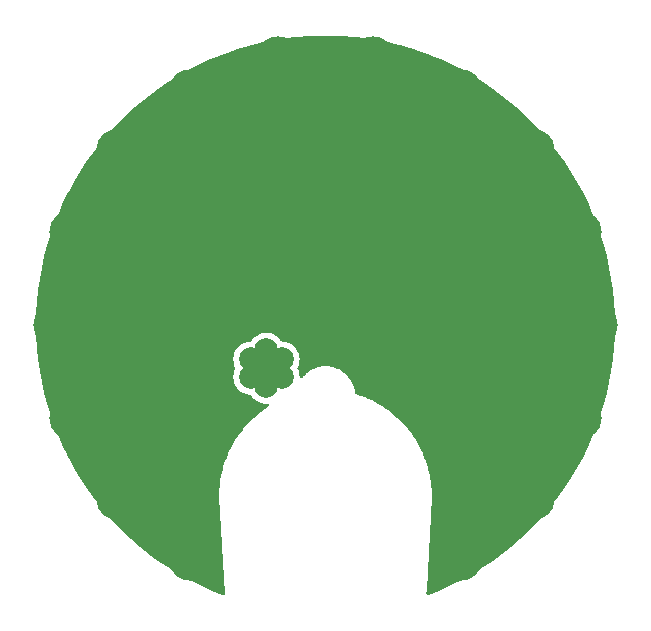
<source format=gtl>
%TF.GenerationSoftware,KiCad,Pcbnew,8.0.8*%
%TF.CreationDate,2025-02-15T12:26:11-06:00*%
%TF.ProjectId,internal,696e7465-726e-4616-9c2e-6b696361645f,rev?*%
%TF.SameCoordinates,Original*%
%TF.FileFunction,Copper,L1,Top*%
%TF.FilePolarity,Positive*%
%FSLAX46Y46*%
G04 Gerber Fmt 4.6, Leading zero omitted, Abs format (unit mm)*
G04 Created by KiCad (PCBNEW 8.0.8) date 2025-02-15 12:26:11*
%MOMM*%
%LPD*%
G01*
G04 APERTURE LIST*
%TA.AperFunction,ComponentPad*%
%ADD10C,3.500000*%
%TD*%
%TA.AperFunction,ComponentPad*%
%ADD11O,6.200000X5.200000*%
%TD*%
%TA.AperFunction,ComponentPad*%
%ADD12C,1.600000*%
%TD*%
%TA.AperFunction,ComponentPad*%
%ADD13C,2.000000*%
%TD*%
G04 APERTURE END LIST*
D10*
%TO.P,clearance-D12,1*%
%TO.N,GND*%
X121613000Y-142134000D03*
%TD*%
D11*
%TO.P,clearance-U1,1*%
%TO.N,GND*%
X99500000Y-148000000D03*
%TD*%
D12*
%TO.P,align-ir1,1*%
%TO.N,GND*%
X77800000Y-152400000D03*
%TD*%
D10*
%TO.P,clearance-R5,1*%
%TO.N,GND*%
X103993908Y-135215884D03*
%TD*%
%TO.P,clearance-R1,1*%
%TO.N,GND*%
X88500000Y-164784115D03*
%TD*%
%TO.P,clearance-R7,1*%
%TO.N,GND*%
X117619023Y-150000000D03*
%TD*%
%TO.P,clearance-R8,1*%
%TO.N,GND*%
X111500000Y-164784115D03*
%TD*%
%TO.P,clearance-R4,1*%
%TO.N,GND*%
X96006092Y-135215884D03*
%TD*%
D13*
%TO.P,through-i2,1*%
%TO.N,+3V0*%
X94996000Y-152170000D03*
%TD*%
D10*
%TO.P,clearance-R6,1*%
%TO.N,GND*%
X111500000Y-135215884D03*
%TD*%
%TO.P,clearance-D4,1*%
%TO.N,GND*%
X77000000Y-150000000D03*
%TD*%
D13*
%TO.P,through-i4,1*%
%TO.N,+3V0*%
X96295038Y-154420000D03*
%TD*%
D10*
%TO.P,clearance-D7,1*%
%TO.N,GND*%
X88500000Y-130081000D03*
%TD*%
D13*
%TO.P,through-i5,1*%
%TO.N,+3V0*%
X94996000Y-155170000D03*
%TD*%
D10*
%TO.P,clearance-D13,1*%
%TO.N,GND*%
X123000000Y-150000000D03*
%TD*%
D12*
%TO.P,align-io2,1*%
%TO.N,GND*%
X122200000Y-152400000D03*
%TD*%
D10*
%TO.P,clearance-D1,1*%
%TO.N,GND*%
X88500000Y-169919000D03*
%TD*%
%TO.P,clearance-D5,1*%
%TO.N,GND*%
X78387100Y-142134000D03*
%TD*%
%TO.P,clearance-D9,1*%
%TO.N,GND*%
X103994000Y-127349000D03*
%TD*%
D13*
%TO.P,through-i3,1*%
%TO.N,+3V0*%
X96295038Y-152920000D03*
%TD*%
D10*
%TO.P,clearance-D2,1*%
%TO.N,GND*%
X82381000Y-164784000D03*
%TD*%
D13*
%TO.P,through-i7,1*%
%TO.N,+3V0*%
X93696961Y-152920000D03*
%TD*%
D10*
%TO.P,clearance-D6,1*%
%TO.N,GND*%
X82381000Y-135216000D03*
%TD*%
%TO.P,clearance-D16,1*%
%TO.N,GND*%
X111500000Y-169919000D03*
%TD*%
%TO.P,clearance-D11,1*%
%TO.N,GND*%
X117619000Y-135216000D03*
%TD*%
D13*
%TO.P,through-i1,1*%
%TO.N,+3V0*%
X94996000Y-153670000D03*
%TD*%
D10*
%TO.P,clearance-D10,1*%
%TO.N,GND*%
X111500000Y-130081000D03*
%TD*%
%TO.P,clearance-R2,1*%
%TO.N,GND*%
X82380977Y-150000000D03*
%TD*%
%TO.P,clearance-D15,1*%
%TO.N,GND*%
X117619000Y-164784000D03*
%TD*%
%TO.P,clearance-D3,1*%
%TO.N,GND*%
X78387100Y-157866000D03*
%TD*%
D13*
%TO.P,through-i6,1*%
%TO.N,+3V0*%
X93696961Y-154420000D03*
%TD*%
D10*
%TO.P,clearance-D14,1*%
%TO.N,GND*%
X121613000Y-157866000D03*
%TD*%
%TO.P,clearance-D8,1*%
%TO.N,GND*%
X96006100Y-127349000D03*
%TD*%
D12*
%TO.P,align-io1,1*%
%TO.N,GND*%
X77800000Y-147300000D03*
%TD*%
%TO.P,align-ir2,1*%
%TO.N,GND*%
X122200000Y-147300000D03*
%TD*%
D10*
%TO.P,clearance-R3,1*%
%TO.N,GND*%
X88500000Y-135215884D03*
%TD*%
%TA.AperFunction,Conductor*%
%TO.N,GND*%
G36*
X100489558Y-125505540D02*
G01*
X101458068Y-125544074D01*
X101462990Y-125544368D01*
X102429214Y-125621377D01*
X102434083Y-125621863D01*
X103396512Y-125737230D01*
X103401364Y-125737909D01*
X104358442Y-125891446D01*
X104363232Y-125892313D01*
X105313457Y-126083782D01*
X105318217Y-126084840D01*
X106260086Y-126313935D01*
X106264782Y-126315176D01*
X107155647Y-126569776D01*
X107196774Y-126581530D01*
X107201490Y-126582979D01*
X108122170Y-126886180D01*
X108126757Y-126887792D01*
X108810628Y-127143568D01*
X109034645Y-127227353D01*
X109039228Y-127229172D01*
X109932884Y-127604551D01*
X109937355Y-127606536D01*
X110596066Y-127914583D01*
X110815361Y-128017137D01*
X110819785Y-128019314D01*
X111680760Y-128464492D01*
X111685094Y-128466843D01*
X112527742Y-128945928D01*
X112531979Y-128948450D01*
X113354847Y-129460616D01*
X113358980Y-129463304D01*
X114160897Y-130007819D01*
X114164890Y-130010648D01*
X114944486Y-130586587D01*
X114948393Y-130589595D01*
X115704477Y-131196074D01*
X115708261Y-131199235D01*
X116439631Y-131835287D01*
X116443287Y-131838596D01*
X117148822Y-132503253D01*
X117152343Y-132506705D01*
X117830882Y-133198873D01*
X117834262Y-133202462D01*
X118484705Y-133921009D01*
X118487941Y-133924729D01*
X119109355Y-134668634D01*
X119112441Y-134672481D01*
X119703776Y-135440486D01*
X119706706Y-135444452D01*
X120267039Y-136235358D01*
X120269808Y-136239437D01*
X120798234Y-137051963D01*
X120800840Y-137056149D01*
X121296565Y-137889073D01*
X121299002Y-137893359D01*
X121761213Y-138745319D01*
X121763478Y-138749699D01*
X122191473Y-139619404D01*
X122193561Y-139623871D01*
X122586600Y-140509811D01*
X122588510Y-140514357D01*
X122946053Y-141415311D01*
X122947780Y-141419929D01*
X123269201Y-142334329D01*
X123270744Y-142339013D01*
X123555572Y-143265517D01*
X123556926Y-143270257D01*
X123804684Y-144207310D01*
X123805850Y-144212102D01*
X124016161Y-145158281D01*
X124017135Y-145163114D01*
X124189668Y-146116936D01*
X124190449Y-146121805D01*
X124324916Y-147081660D01*
X124325503Y-147086556D01*
X124421711Y-148051091D01*
X124422102Y-148056006D01*
X124479885Y-149023538D01*
X124480081Y-149028465D01*
X124499351Y-149997534D01*
X124499351Y-150002464D01*
X124480081Y-150971533D01*
X124479885Y-150976460D01*
X124422102Y-151943992D01*
X124421711Y-151948907D01*
X124325503Y-152913442D01*
X124324916Y-152918338D01*
X124190449Y-153878193D01*
X124189668Y-153883062D01*
X124017135Y-154836884D01*
X124016161Y-154841717D01*
X123805850Y-155787896D01*
X123804684Y-155792688D01*
X123556926Y-156729741D01*
X123555572Y-156734481D01*
X123270744Y-157660985D01*
X123269201Y-157665669D01*
X122947780Y-158580069D01*
X122946053Y-158584687D01*
X122588510Y-159485641D01*
X122586600Y-159490187D01*
X122193561Y-160376127D01*
X122191473Y-160380594D01*
X121763478Y-161250299D01*
X121761213Y-161254679D01*
X121299002Y-162106639D01*
X121296565Y-162110925D01*
X120800840Y-162943849D01*
X120798234Y-162948035D01*
X120269808Y-163760561D01*
X120267039Y-163764640D01*
X119706706Y-164555546D01*
X119703776Y-164559512D01*
X119112441Y-165327517D01*
X119109355Y-165331364D01*
X118487941Y-166075269D01*
X118484705Y-166078989D01*
X117834262Y-166797536D01*
X117830882Y-166801125D01*
X117152343Y-167493293D01*
X117148822Y-167496745D01*
X116443287Y-168161402D01*
X116439631Y-168164711D01*
X115708261Y-168800763D01*
X115704477Y-168803924D01*
X114948393Y-169410403D01*
X114944486Y-169413411D01*
X114164905Y-169989339D01*
X114160881Y-169992190D01*
X113358980Y-170536694D01*
X113354847Y-170539382D01*
X112531979Y-171051548D01*
X112527742Y-171054070D01*
X111685094Y-171533155D01*
X111680760Y-171535506D01*
X110819785Y-171980684D01*
X110815361Y-171982861D01*
X109937373Y-172393454D01*
X109932866Y-172395454D01*
X109039228Y-172770826D01*
X109034645Y-172772644D01*
X108714134Y-172892519D01*
X108644447Y-172897567D01*
X108583093Y-172864138D01*
X108549553Y-172802845D01*
X108546882Y-172769574D01*
X108564878Y-172442042D01*
X108996779Y-164581452D01*
X108999790Y-164560282D01*
X109002458Y-164548766D01*
X109001157Y-164510696D01*
X109001272Y-164499672D01*
X109003361Y-164461666D01*
X109000936Y-164450115D01*
X108998361Y-164428866D01*
X108982461Y-163963413D01*
X108983961Y-163939513D01*
X108984799Y-163934302D01*
X108980242Y-163889976D01*
X108979665Y-163881541D01*
X108978144Y-163836998D01*
X108976603Y-163831944D01*
X108971861Y-163808457D01*
X108967359Y-163764667D01*
X108924903Y-163351682D01*
X108924769Y-163327730D01*
X108925249Y-163322476D01*
X108917677Y-163278563D01*
X108916525Y-163270177D01*
X108911969Y-163225854D01*
X108911968Y-163225852D01*
X108910087Y-163220917D01*
X108903754Y-163197811D01*
X108860330Y-162945958D01*
X108825734Y-162745309D01*
X108823964Y-162721421D01*
X108824085Y-162716141D01*
X108813531Y-162672835D01*
X108811813Y-162664563D01*
X108811052Y-162660147D01*
X108804242Y-162620650D01*
X108802029Y-162615857D01*
X108794132Y-162593234D01*
X108685416Y-162147115D01*
X108682019Y-162123399D01*
X108681779Y-162118123D01*
X108668300Y-162075656D01*
X108666014Y-162067499D01*
X108655465Y-162024208D01*
X108652932Y-162019581D01*
X108643512Y-161997554D01*
X108504601Y-161559881D01*
X108499594Y-161536451D01*
X108498995Y-161531214D01*
X108498995Y-161531210D01*
X108489829Y-161507968D01*
X108482648Y-161489755D01*
X108479813Y-161481780D01*
X108479813Y-161481779D01*
X108466334Y-161439310D01*
X108463479Y-161434847D01*
X108452585Y-161413522D01*
X108284135Y-160986365D01*
X108277541Y-160963337D01*
X108276584Y-160958140D01*
X108257451Y-160917909D01*
X108254078Y-160910144D01*
X108237726Y-160868680D01*
X108234581Y-160864433D01*
X108222251Y-160843894D01*
X108025045Y-160429230D01*
X108016894Y-160406702D01*
X108015585Y-160401583D01*
X108003784Y-160380595D01*
X107993739Y-160362729D01*
X107989850Y-160355224D01*
X107970713Y-160314985D01*
X107967288Y-160310965D01*
X107953585Y-160291317D01*
X107728533Y-159891060D01*
X107718865Y-159869142D01*
X107717213Y-159864134D01*
X107692764Y-159826859D01*
X107688385Y-159819659D01*
X107666537Y-159780801D01*
X107662844Y-159777023D01*
X107647832Y-159758355D01*
X107471940Y-159490187D01*
X107395992Y-159374395D01*
X107384851Y-159353188D01*
X107382859Y-159348300D01*
X107355933Y-159312793D01*
X107351051Y-159305877D01*
X107326613Y-159268618D01*
X107326612Y-159268617D01*
X107322669Y-159265099D01*
X107306420Y-159247500D01*
X107068041Y-158933150D01*
X107028968Y-158881624D01*
X107016405Y-158861226D01*
X107014085Y-158856488D01*
X107014084Y-158856487D01*
X107014084Y-158856486D01*
X106984799Y-158822900D01*
X106979457Y-158816333D01*
X106952535Y-158780831D01*
X106952531Y-158780827D01*
X106948353Y-158777583D01*
X106930940Y-158761133D01*
X106629176Y-158415055D01*
X106615245Y-158395556D01*
X106612606Y-158390985D01*
X106612606Y-158390984D01*
X106612605Y-158390983D01*
X106612604Y-158390981D01*
X106581102Y-158359480D01*
X106575322Y-158353291D01*
X106546037Y-158319706D01*
X106546036Y-158319705D01*
X106546035Y-158319704D01*
X106541643Y-158316751D01*
X106523153Y-158301531D01*
X106198468Y-157976846D01*
X106183243Y-157958348D01*
X106180297Y-157953966D01*
X106180294Y-157953963D01*
X106146697Y-157924668D01*
X106140524Y-157918902D01*
X106109017Y-157887394D01*
X106109015Y-157887392D01*
X106104433Y-157884747D01*
X106084946Y-157870824D01*
X105738861Y-157569053D01*
X105722410Y-157551638D01*
X105719171Y-157547467D01*
X105719172Y-157547467D01*
X105683671Y-157520546D01*
X105677104Y-157515203D01*
X105643521Y-157485920D01*
X105643519Y-157485919D01*
X105643517Y-157485918D01*
X105643515Y-157485916D01*
X105638760Y-157483587D01*
X105618374Y-157471030D01*
X105252498Y-157193577D01*
X105234899Y-157177328D01*
X105231382Y-157173386D01*
X105194122Y-157148947D01*
X105187207Y-157144066D01*
X105151702Y-157117142D01*
X105151700Y-157117141D01*
X105146804Y-157115145D01*
X105125600Y-157104004D01*
X104741644Y-156852166D01*
X104722975Y-156837154D01*
X104719200Y-156833464D01*
X104719199Y-156833463D01*
X104680370Y-156811630D01*
X104673147Y-156807238D01*
X104635867Y-156782787D01*
X104630841Y-156781128D01*
X104608931Y-156771462D01*
X104208684Y-156546415D01*
X104189034Y-156532711D01*
X104185015Y-156529286D01*
X104144760Y-156510141D01*
X104137253Y-156506251D01*
X104098418Y-156484415D01*
X104098414Y-156484414D01*
X104093300Y-156483106D01*
X104070773Y-156474955D01*
X103656102Y-156277746D01*
X103635567Y-156265419D01*
X103631316Y-156262271D01*
X103631312Y-156262269D01*
X103589861Y-156245923D01*
X103582096Y-156242551D01*
X103541860Y-156223416D01*
X103541861Y-156223416D01*
X103539670Y-156223012D01*
X103536665Y-156222459D01*
X103513640Y-156215865D01*
X103086471Y-156047411D01*
X103065139Y-156036512D01*
X103063371Y-156035381D01*
X103060690Y-156033666D01*
X103018214Y-156020185D01*
X103010238Y-156017350D01*
X102968793Y-156001006D01*
X102968791Y-156001005D01*
X102968790Y-156001005D01*
X102968789Y-156001004D01*
X102968786Y-156001004D01*
X102963544Y-156000405D01*
X102940117Y-155995398D01*
X102869055Y-155972844D01*
X102706591Y-155921280D01*
X102571431Y-155878382D01*
X102513488Y-155839339D01*
X102485851Y-155775168D01*
X102485259Y-155769039D01*
X102485259Y-155769038D01*
X102481519Y-155716754D01*
X102481345Y-155702032D01*
X102482711Y-155673367D01*
X102478197Y-155652621D01*
X102475681Y-155635117D01*
X102474167Y-155613941D01*
X102464783Y-155586829D01*
X102460796Y-155572629D01*
X102455102Y-155546456D01*
X102415955Y-155366499D01*
X102413684Y-155351929D01*
X102410956Y-155323370D01*
X102410956Y-155323366D01*
X102403537Y-155303475D01*
X102398554Y-155286505D01*
X102394042Y-155265760D01*
X102394042Y-155265759D01*
X102380894Y-155240257D01*
X102374926Y-155226768D01*
X102301203Y-155029111D01*
X102296889Y-155015037D01*
X102290121Y-154987138D01*
X102290119Y-154987135D01*
X102290119Y-154987133D01*
X102279946Y-154968503D01*
X102272597Y-154952411D01*
X102265180Y-154932527D01*
X102265180Y-154932526D01*
X102248534Y-154909149D01*
X102240712Y-154896652D01*
X102139610Y-154711497D01*
X102133333Y-154698175D01*
X102122665Y-154671528D01*
X102109943Y-154654535D01*
X102100377Y-154639648D01*
X102090208Y-154621024D01*
X102090205Y-154621019D01*
X102070408Y-154600258D01*
X102060882Y-154588996D01*
X101934461Y-154420117D01*
X101926341Y-154407807D01*
X101912000Y-154382968D01*
X101911996Y-154382963D01*
X101896992Y-154367959D01*
X101885404Y-154354586D01*
X101872682Y-154337590D01*
X101850129Y-154319855D01*
X101839098Y-154310065D01*
X101689933Y-154160899D01*
X101680145Y-154149870D01*
X101662411Y-154127320D01*
X101662408Y-154127317D01*
X101645410Y-154114592D01*
X101632042Y-154103008D01*
X101617036Y-154088002D01*
X101617031Y-154087998D01*
X101592185Y-154073653D01*
X101579876Y-154065534D01*
X101411001Y-153939115D01*
X101399744Y-153929593D01*
X101378979Y-153909794D01*
X101378978Y-153909793D01*
X101378973Y-153909790D01*
X101360343Y-153899617D01*
X101345462Y-153890053D01*
X101328474Y-153877336D01*
X101328470Y-153877333D01*
X101301835Y-153866670D01*
X101288497Y-153860386D01*
X101103342Y-153759284D01*
X101090844Y-153751461D01*
X101067472Y-153734818D01*
X101047584Y-153727400D01*
X101031500Y-153720055D01*
X101012865Y-153709880D01*
X101012859Y-153709878D01*
X100984981Y-153703115D01*
X100970882Y-153698793D01*
X100970879Y-153698792D01*
X100893686Y-153670000D01*
X100773228Y-153625071D01*
X100759743Y-153619105D01*
X100734240Y-153605957D01*
X100713486Y-153601442D01*
X100696522Y-153596461D01*
X100676632Y-153589043D01*
X100676628Y-153589042D01*
X100648071Y-153586315D01*
X100633505Y-153584043D01*
X100427373Y-153539203D01*
X100413176Y-153535218D01*
X100386059Y-153525833D01*
X100364882Y-153524318D01*
X100347375Y-153521801D01*
X100332094Y-153518477D01*
X100326633Y-153517289D01*
X100326632Y-153517289D01*
X100297965Y-153518653D01*
X100283227Y-153518477D01*
X100072814Y-153503429D01*
X100058195Y-153501505D01*
X100041154Y-153498221D01*
X100030019Y-153496075D01*
X100030018Y-153496075D01*
X100030013Y-153496074D01*
X100008841Y-153497588D01*
X99991159Y-153497588D01*
X99969984Y-153496074D01*
X99941800Y-153501505D01*
X99927186Y-153503428D01*
X99716772Y-153518477D01*
X99702032Y-153518653D01*
X99674669Y-153517351D01*
X99673367Y-153517289D01*
X99673366Y-153517289D01*
X99652623Y-153521801D01*
X99635117Y-153524318D01*
X99613941Y-153525833D01*
X99613935Y-153525834D01*
X99586819Y-153535219D01*
X99572622Y-153539204D01*
X99366494Y-153584043D01*
X99351929Y-153586315D01*
X99323366Y-153589043D01*
X99303477Y-153596461D01*
X99286509Y-153601443D01*
X99265763Y-153605956D01*
X99265758Y-153605958D01*
X99240249Y-153619108D01*
X99226768Y-153625072D01*
X99029117Y-153698792D01*
X99015021Y-153703114D01*
X99002164Y-153706233D01*
X98987138Y-153709879D01*
X98968499Y-153720056D01*
X98952419Y-153727399D01*
X98932524Y-153734820D01*
X98909154Y-153751461D01*
X98896659Y-153759282D01*
X98711505Y-153860384D01*
X98698171Y-153866667D01*
X98671525Y-153877335D01*
X98671523Y-153877337D01*
X98654532Y-153890056D01*
X98639656Y-153899617D01*
X98621023Y-153909792D01*
X98621022Y-153909792D01*
X98600259Y-153929590D01*
X98589002Y-153939112D01*
X98420113Y-154065541D01*
X98407805Y-154073659D01*
X98382966Y-154088000D01*
X98382963Y-154088002D01*
X98367954Y-154103011D01*
X98354593Y-154114589D01*
X98337590Y-154127318D01*
X98319856Y-154149869D01*
X98310068Y-154160897D01*
X98160896Y-154310068D01*
X98149871Y-154319853D01*
X98127320Y-154337588D01*
X98127318Y-154337590D01*
X98114592Y-154354589D01*
X98103014Y-154367950D01*
X98088003Y-154382962D01*
X98088002Y-154382962D01*
X98073653Y-154407815D01*
X98065535Y-154420122D01*
X98022940Y-154477022D01*
X97967006Y-154518893D01*
X97897315Y-154523877D01*
X97835992Y-154490392D01*
X97802507Y-154429069D01*
X97800097Y-154412951D01*
X97780147Y-154172186D01*
X97780145Y-154172175D01*
X97719101Y-153931118D01*
X97626520Y-153720056D01*
X97626411Y-153719809D01*
X97617509Y-153650510D01*
X97626412Y-153620190D01*
X97640075Y-153589043D01*
X97719101Y-153408881D01*
X97780146Y-153167821D01*
X97780147Y-153167812D01*
X97800681Y-152920005D01*
X97800681Y-152919994D01*
X97780147Y-152672187D01*
X97780145Y-152672175D01*
X97719101Y-152431118D01*
X97619211Y-152203393D01*
X97483204Y-151995217D01*
X97451150Y-151960397D01*
X97314782Y-151812262D01*
X97118547Y-151659526D01*
X97118545Y-151659525D01*
X97118544Y-151659524D01*
X96899849Y-151541172D01*
X96899840Y-151541169D01*
X96664654Y-151460429D01*
X96419373Y-151419500D01*
X96365136Y-151419500D01*
X96298097Y-151399815D01*
X96261327Y-151363322D01*
X96184164Y-151245215D01*
X96015744Y-151062262D01*
X95819509Y-150909526D01*
X95819507Y-150909525D01*
X95819506Y-150909524D01*
X95600811Y-150791172D01*
X95600802Y-150791169D01*
X95365616Y-150710429D01*
X95120335Y-150669500D01*
X94871665Y-150669500D01*
X94626383Y-150710429D01*
X94391197Y-150791169D01*
X94391188Y-150791172D01*
X94172493Y-150909524D01*
X93976257Y-151062261D01*
X93807836Y-151245215D01*
X93730673Y-151363322D01*
X93677526Y-151408678D01*
X93626864Y-151419500D01*
X93572626Y-151419500D01*
X93327344Y-151460429D01*
X93092158Y-151541169D01*
X93092149Y-151541172D01*
X92873454Y-151659524D01*
X92677218Y-151812261D01*
X92508794Y-151995217D01*
X92372787Y-152203393D01*
X92272897Y-152431118D01*
X92211853Y-152672175D01*
X92211851Y-152672187D01*
X92191318Y-152919994D01*
X92191318Y-152920005D01*
X92211851Y-153167812D01*
X92211853Y-153167824D01*
X92272898Y-153408881D01*
X92365586Y-153620190D01*
X92374489Y-153689490D01*
X92365586Y-153719810D01*
X92272898Y-153931118D01*
X92211853Y-154172175D01*
X92211851Y-154172187D01*
X92191318Y-154419994D01*
X92191318Y-154420005D01*
X92211851Y-154667812D01*
X92211853Y-154667824D01*
X92272897Y-154908881D01*
X92372787Y-155136606D01*
X92508794Y-155344782D01*
X92522136Y-155359275D01*
X92677217Y-155527738D01*
X92873452Y-155680474D01*
X92873454Y-155680475D01*
X93076381Y-155790294D01*
X93092151Y-155798828D01*
X93249765Y-155852937D01*
X93324987Y-155878761D01*
X93327347Y-155879571D01*
X93572626Y-155920500D01*
X93626864Y-155920500D01*
X93693903Y-155940185D01*
X93730672Y-155976677D01*
X93807836Y-156094785D01*
X93976256Y-156277738D01*
X94172491Y-156430474D01*
X94172493Y-156430475D01*
X94355079Y-156529286D01*
X94391190Y-156548828D01*
X94626386Y-156629571D01*
X94871665Y-156670500D01*
X95120184Y-156670500D01*
X95187223Y-156690185D01*
X95232978Y-156742989D01*
X95242922Y-156812147D01*
X95213897Y-156875703D01*
X95188192Y-156898187D01*
X94874393Y-157104007D01*
X94853197Y-157115144D01*
X94848304Y-157117138D01*
X94848296Y-157117142D01*
X94812790Y-157144067D01*
X94805879Y-157148946D01*
X94768619Y-157173385D01*
X94768614Y-157173390D01*
X94765098Y-157177331D01*
X94747503Y-157193576D01*
X94381624Y-157471030D01*
X94361238Y-157483588D01*
X94356490Y-157485913D01*
X94356484Y-157485917D01*
X94322901Y-157515199D01*
X94316337Y-157520539D01*
X94280832Y-157547463D01*
X94280824Y-157547471D01*
X94277580Y-157551650D01*
X94261136Y-157569055D01*
X93915053Y-157870824D01*
X93895570Y-157884745D01*
X93890985Y-157887392D01*
X93890984Y-157887393D01*
X93859468Y-157918908D01*
X93853285Y-157924682D01*
X93819705Y-157953963D01*
X93819697Y-157953972D01*
X93816750Y-157958356D01*
X93801531Y-157976845D01*
X93476844Y-158301532D01*
X93458355Y-158316751D01*
X93453966Y-158319701D01*
X93453966Y-158319702D01*
X93424680Y-158353287D01*
X93418907Y-158359469D01*
X93387393Y-158390985D01*
X93387389Y-158390990D01*
X93384744Y-158395571D01*
X93370825Y-158415050D01*
X93069052Y-158761138D01*
X93051651Y-158777578D01*
X93047475Y-158780820D01*
X93047464Y-158780832D01*
X93020549Y-158816325D01*
X93015208Y-158822891D01*
X92985915Y-158856486D01*
X92985914Y-158856488D01*
X92983588Y-158861238D01*
X92971030Y-158881624D01*
X92693574Y-159247504D01*
X92677335Y-159265094D01*
X92673389Y-159268615D01*
X92673384Y-159268621D01*
X92648947Y-159305878D01*
X92644066Y-159312793D01*
X92617140Y-159348300D01*
X92617139Y-159348302D01*
X92615145Y-159353196D01*
X92604005Y-159374397D01*
X92352164Y-159758357D01*
X92337161Y-159777016D01*
X92333467Y-159780795D01*
X92333461Y-159780803D01*
X92311626Y-159819634D01*
X92307233Y-159826859D01*
X92282788Y-159864131D01*
X92282786Y-159864135D01*
X92281131Y-159869152D01*
X92271463Y-159891066D01*
X92046414Y-160291316D01*
X92032717Y-160310958D01*
X92029286Y-160314984D01*
X92029284Y-160314987D01*
X92010143Y-160355233D01*
X92006252Y-160362743D01*
X91984415Y-160401581D01*
X91984412Y-160401589D01*
X91983103Y-160406708D01*
X91974954Y-160429226D01*
X91777745Y-160843898D01*
X91765424Y-160864425D01*
X91762271Y-160868682D01*
X91762271Y-160868683D01*
X91745917Y-160910151D01*
X91742547Y-160917908D01*
X91723416Y-160958137D01*
X91723414Y-160958144D01*
X91722457Y-160963340D01*
X91715865Y-160986359D01*
X91547412Y-161413528D01*
X91536516Y-161434854D01*
X91533669Y-161439303D01*
X91533663Y-161439317D01*
X91520186Y-161481779D01*
X91517352Y-161489755D01*
X91501004Y-161531210D01*
X91500405Y-161536455D01*
X91495398Y-161559881D01*
X91356490Y-161997545D01*
X91347073Y-162019569D01*
X91344534Y-162024207D01*
X91333981Y-162067509D01*
X91331698Y-162075656D01*
X91318221Y-162118122D01*
X91318220Y-162118125D01*
X91317980Y-162123400D01*
X91314583Y-162147109D01*
X91205866Y-162593234D01*
X91197976Y-162615845D01*
X91195756Y-162620652D01*
X91188184Y-162664568D01*
X91186463Y-162672852D01*
X91175915Y-162716139D01*
X91175914Y-162716141D01*
X91176035Y-162721420D01*
X91174264Y-162745310D01*
X91096244Y-163197812D01*
X91089917Y-163220904D01*
X91088031Y-163225852D01*
X91083472Y-163270191D01*
X91082319Y-163278575D01*
X91074751Y-163322469D01*
X91074751Y-163322481D01*
X91075231Y-163327741D01*
X91075094Y-163351688D01*
X91028136Y-163808464D01*
X91023399Y-163831934D01*
X91021857Y-163836993D01*
X91021856Y-163836996D01*
X91020333Y-163881551D01*
X91019755Y-163889991D01*
X91015200Y-163934301D01*
X91015200Y-163934302D01*
X91016038Y-163939511D01*
X91017537Y-163963421D01*
X91001637Y-164428866D01*
X90999066Y-164450100D01*
X90996638Y-164461665D01*
X90996638Y-164461668D01*
X90998726Y-164499672D01*
X90998841Y-164510701D01*
X90997542Y-164548763D01*
X90997542Y-164548769D01*
X91000209Y-164560282D01*
X91003220Y-164581457D01*
X91453116Y-172769575D01*
X91437139Y-172837594D01*
X91386925Y-172886176D01*
X91318416Y-172899899D01*
X91285864Y-172892520D01*
X90965384Y-172772656D01*
X90960801Y-172770838D01*
X90067132Y-172395454D01*
X90062625Y-172393454D01*
X89184654Y-171982869D01*
X89180230Y-171980692D01*
X88319246Y-171535511D01*
X88314912Y-171533160D01*
X87472274Y-171054080D01*
X87468037Y-171051558D01*
X86645138Y-170539374D01*
X86641005Y-170536686D01*
X85839129Y-169992199D01*
X85835105Y-169989348D01*
X85221121Y-169535757D01*
X85055498Y-169413400D01*
X85051594Y-169410394D01*
X84295500Y-168803908D01*
X84291726Y-168800755D01*
X83664303Y-168255102D01*
X83560345Y-168164692D01*
X83556699Y-168161392D01*
X82851175Y-167496745D01*
X82851145Y-167496716D01*
X82847662Y-167493302D01*
X82169116Y-166801125D01*
X82165749Y-166797551D01*
X82165735Y-166797536D01*
X81515268Y-166078961D01*
X81512034Y-166075242D01*
X80890643Y-165331364D01*
X80887557Y-165327517D01*
X80787932Y-165198128D01*
X80296215Y-164559504D01*
X80293296Y-164555551D01*
X79732970Y-163764657D01*
X79730207Y-163760588D01*
X79730189Y-163760561D01*
X79201764Y-162948035D01*
X79199158Y-162943849D01*
X78703427Y-162110916D01*
X78700990Y-162106629D01*
X78238787Y-161254681D01*
X78236522Y-161250302D01*
X78095303Y-160963340D01*
X77808511Y-160380565D01*
X77806451Y-160376158D01*
X77413398Y-159490187D01*
X77411488Y-159485641D01*
X77342895Y-159312796D01*
X77053938Y-158584668D01*
X77052231Y-158580103D01*
X76730790Y-157665647D01*
X76729265Y-157661019D01*
X76444414Y-156734443D01*
X76443078Y-156729767D01*
X76257249Y-156026935D01*
X76195315Y-155792692D01*
X76194149Y-155787901D01*
X76175063Y-155702032D01*
X75983830Y-154841684D01*
X75982869Y-154836918D01*
X75810330Y-153883062D01*
X75809553Y-153878216D01*
X75809430Y-153877335D01*
X75675078Y-152918310D01*
X75674498Y-152913466D01*
X75578283Y-151948863D01*
X75577899Y-151944036D01*
X75520111Y-150976414D01*
X75519918Y-150971580D01*
X75500647Y-150002464D01*
X75500647Y-149997534D01*
X75501905Y-149934266D01*
X75519918Y-149028416D01*
X75520111Y-149023586D01*
X75577899Y-148055958D01*
X75578283Y-148051139D01*
X75674498Y-147086527D01*
X75675078Y-147081694D01*
X75809557Y-146121751D01*
X75810330Y-146116936D01*
X75982871Y-145163070D01*
X75983828Y-145158324D01*
X76194151Y-144212086D01*
X76195315Y-144207306D01*
X76271684Y-143918469D01*
X76443082Y-143270217D01*
X76444410Y-143265568D01*
X76729269Y-142338964D01*
X76730784Y-142334366D01*
X77052237Y-141419878D01*
X77053931Y-141415347D01*
X77411495Y-140514340D01*
X77413398Y-140509811D01*
X77806459Y-139623821D01*
X77808502Y-139619451D01*
X78236528Y-138749683D01*
X78238787Y-138745317D01*
X78701002Y-137893347D01*
X78703414Y-137889103D01*
X79199167Y-137056134D01*
X79201764Y-137051963D01*
X79730230Y-136239375D01*
X79732959Y-136235358D01*
X80293313Y-135444423D01*
X80296197Y-135440518D01*
X80887576Y-134672456D01*
X80890623Y-134668658D01*
X81512057Y-133924729D01*
X81515246Y-133921062D01*
X82165781Y-133202412D01*
X82169097Y-133198892D01*
X82847687Y-132506671D01*
X82851119Y-132503306D01*
X83556735Y-131838573D01*
X83560317Y-131835330D01*
X84291764Y-131199210D01*
X84295470Y-131196114D01*
X85051627Y-130589577D01*
X85055466Y-130586622D01*
X85835144Y-130010622D01*
X85839089Y-130007826D01*
X86641024Y-129463299D01*
X86645118Y-129460636D01*
X87468053Y-128948430D01*
X87472257Y-128945927D01*
X88314933Y-128466826D01*
X88319237Y-128464492D01*
X89180263Y-128019289D01*
X89184621Y-128017145D01*
X90062661Y-127606527D01*
X90067096Y-127604559D01*
X90960791Y-127229163D01*
X90965349Y-127227354D01*
X91873250Y-126887789D01*
X91877805Y-126886189D01*
X92798503Y-126582981D01*
X92803192Y-126581539D01*
X93735224Y-126315175D01*
X93739894Y-126313940D01*
X94681791Y-126084837D01*
X94686530Y-126083784D01*
X95636757Y-125892315D01*
X95641529Y-125891452D01*
X96598643Y-125737908D01*
X96603481Y-125737231D01*
X97565920Y-125621862D01*
X97570779Y-125621378D01*
X98537013Y-125544367D01*
X98541929Y-125544074D01*
X99510442Y-125505540D01*
X99515372Y-125505442D01*
X100484628Y-125505442D01*
X100489558Y-125505540D01*
G37*
%TD.AperFunction*%
%TD*%
M02*

</source>
